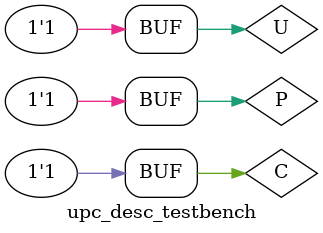
<source format=sv>
module upc_desc (
	output logic [6:0] HEX0, HEX1, HEX2, HEX3, HEX4, HEX5
	,input logic U, P, C
	);
	
	always_comb begin
		case ({U, P, C})
			// Potato Crown
			3'b000:
				begin
				// Light: 6543210
					HEX5 = ~7'b1110011;  // P
					HEX4 = ~7'b0111111;  // O
					HEX3 = ~7'b1111000;  // t
					HEX2 = ~7'b1110111;  // A
					HEX1 = ~7'b1111000;  // t
					HEX0 = ~7'b0111111;  // O
				end
			// Pig's Foot
			3'b001:
			   begin
				// Light: 6543210
					HEX5 = ~7'b0;        // X
					HEX4 = ~7'b0;        // X
					HEX3 = ~7'b1110001;  // F
					HEX2 = ~7'b0111111;  // O
					HEX1 = ~7'b0111111;  // O
					HEX0 = ~7'b1111000;  // t
				end
			// Rocket Launcher
			3'b011:
				begin
					// Light: 6543210
					HEX5 = ~7'b1000000;  // -
					HEX4 = ~7'b1000000;  // -
					HEX3 = ~7'b0111001;  // E
					HEX2 = ~7'b1001001;  // =
					HEX1 = ~7'b1001001;  // =
					HEX0 = ~7'b1110000;  // |-
				end
			// Pigman Sword
			3'b100:
				begin
					// Light: 6543210
					HEX5 = ~7'b0;
					HEX4 = ~7'b1111111;  // B
					HEX3 = ~7'b0111000;  // L
					HEX2 = ~7'b0111111;  // O
					HEX1 = ~7'b0111111;  // O
					HEX0 = ~7'b1011110;  // d
				end
			// Steering Wheel
			3'b101:
				begin
					// Light: 6543210
					HEX5 = ~7'b0;
					HEX4 = ~7'b1101101;  // S
					HEX3 = ~7'b1111000;  // t
					HEX2 = ~7'b1111001;  // E
					HEX1 = ~7'b1111001;  // E
					HEX0 = ~7'b0110011;  // r
				end
			// Techno Youtooz
			3'b110:
				begin
					// Light: 6543210
					HEX5 = ~7'b1111000;  // t
					HEX4 = ~7'b1111001;  // E
					HEX3 = ~7'b0111001;  // C
					HEX2 = ~7'b1110110;  // H
					HEX1 = ~7'b0110111;  // n
					HEX0 = ~7'b0111111;  // O
				end
			default:
				begin
					HEX5 = 7'bX;
					HEX4 = 7'bX;
					HEX3 = 7'bX;
					HEX2 = 7'bX;
					HEX1 = 7'bX;
					HEX0 = 7'bX;
				end
		endcase
				
  end
endmodule  // upc_desc

module upc_desc_testbench();

	logic [6:0] HEX5, HEX4, HEX3, HEX2, HEX1, HEX0;
	logic U, P, C;
	
	upc_desc dut (.HEX5, .HEX4, .HEX3, .HEX2, .HEX1, .HEX0, .U, .P, .C);
	
	integer i;
	initial begin
		for (int i = 0; i < 8; i++) begin
			{U, P, C} = i; #10;
		end
	end
endmodule  //upc_desc_testbench
</source>
